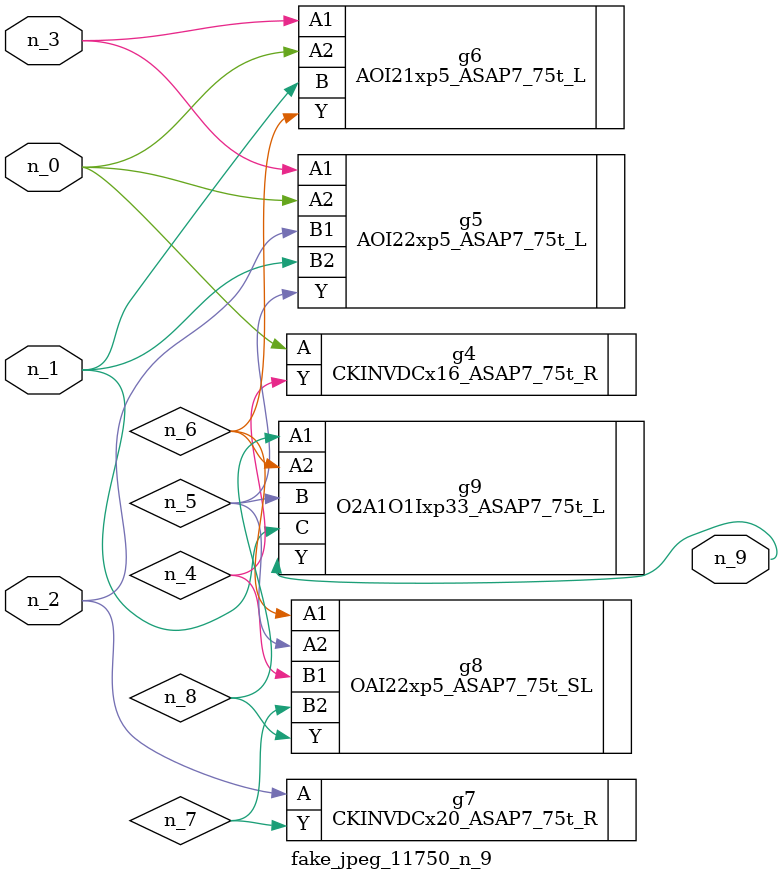
<source format=v>
module fake_jpeg_11750_n_9 (n_0, n_3, n_2, n_1, n_9);

input n_0;
input n_3;
input n_2;
input n_1;

output n_9;

wire n_4;
wire n_8;
wire n_6;
wire n_5;
wire n_7;

CKINVDCx16_ASAP7_75t_R g4 ( 
.A(n_0),
.Y(n_4)
);

AOI22xp5_ASAP7_75t_L g5 ( 
.A1(n_3),
.A2(n_0),
.B1(n_2),
.B2(n_1),
.Y(n_5)
);

AOI21xp5_ASAP7_75t_L g6 ( 
.A1(n_3),
.A2(n_0),
.B(n_1),
.Y(n_6)
);

CKINVDCx20_ASAP7_75t_R g7 ( 
.A(n_2),
.Y(n_7)
);

OAI22xp5_ASAP7_75t_SL g8 ( 
.A1(n_6),
.A2(n_5),
.B1(n_4),
.B2(n_7),
.Y(n_8)
);

O2A1O1Ixp33_ASAP7_75t_L g9 ( 
.A1(n_8),
.A2(n_6),
.B(n_5),
.C(n_1),
.Y(n_9)
);


endmodule
</source>
